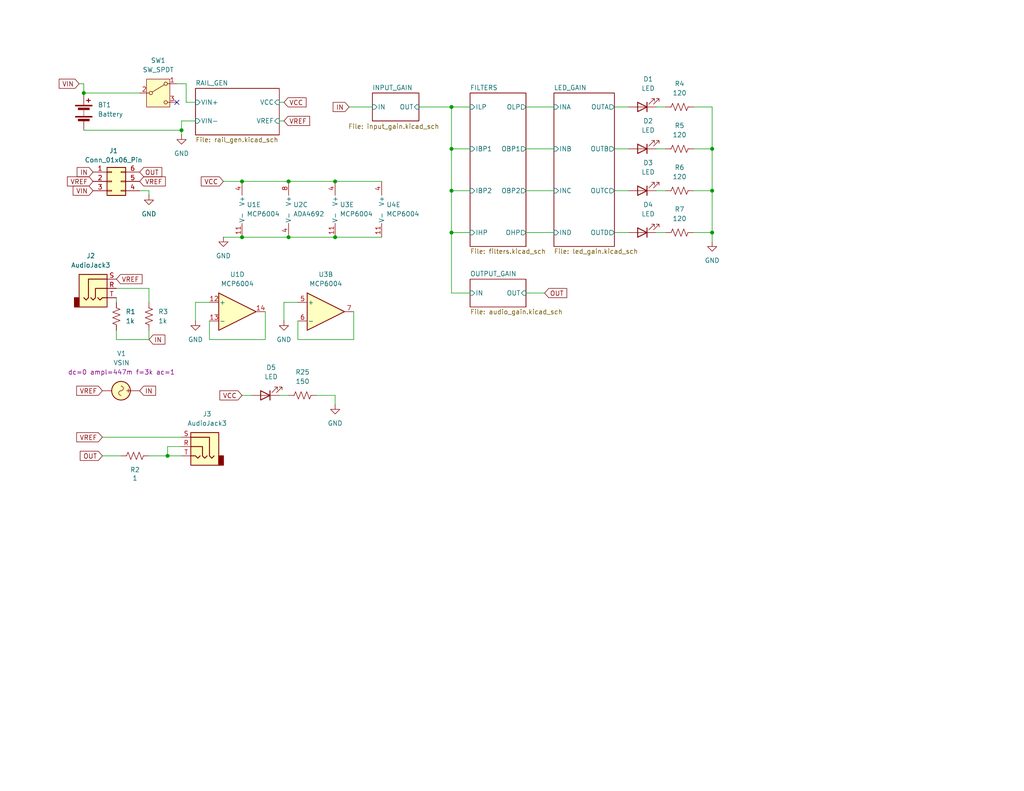
<source format=kicad_sch>
(kicad_sch (version 20250114) (generator "eeschema") (generator_version "9.0")
  (paper "USLetter")
  (title_block (title "EL223FP4L1") (date "2025-05-08") (rev "1") (company "Boles & Walker") (comment 1 "Board Overview"))
  (lib_symbols
    (symbol "Amplifier_Operational:MCP6004" (pin_names (offset 0.127))
      (property "Reference" "U" (at 0 5.08 0))
      (property "Value" "MCP6004" (at 0 -5.08 0))
      (symbol "MCP6004_1_1"
        (polyline (pts (xy -5.08 5.08) (xy 5.08 0) (xy -5.08 -5.08) (xy -5.08 5.08)) (stroke (width 0.254)) (fill (type background)))
        (pin input line (at -7.62 2.54 0) (length 2.54) (name "+") (number "3"))
        (pin input line (at -7.62 -2.54 0) (length 2.54) (name "-") (number "2"))
        (pin output line (at 7.62 0 180) (length 2.54) (name "~") (number "1"))
      )
      (symbol "MCP6004_2_1"
        (polyline (pts (xy -5.08 5.08) (xy 5.08 0) (xy -5.08 -5.08) (xy -5.08 5.08)) (stroke (width 0.254)) (fill (type background)))
        (pin input line (at -7.62 2.54 0) (length 2.54) (name "+") (number "5"))
        (pin input line (at -7.62 -2.54 0) (length 2.54) (name "-") (number "6"))
        (pin output line (at 7.62 0 180) (length 2.54) (name "~") (number "7"))
      )
      (symbol "MCP6004_3_1"
        (polyline (pts (xy -5.08 5.08) (xy 5.08 0) (xy -5.08 -5.08) (xy -5.08 5.08)) (stroke (width 0.254)) (fill (type background)))
        (pin input line (at -7.62 2.54 0) (length 2.54) (name "+") (number "10"))
        (pin input line (at -7.62 -2.54 0) (length 2.54) (name "-") (number "9"))
        (pin output line (at 7.62 0 180) (length 2.54) (name "~") (number "8"))
      )
      (symbol "MCP6004_4_1"
        (polyline (pts (xy -5.08 5.08) (xy 5.08 0) (xy -5.08 -5.08) (xy -5.08 5.08)) (stroke (width 0.254)) (fill (type background)))
        (pin input line (at -7.62 2.54 0) (length 2.54) (name "+") (number "12"))
        (pin input line (at -7.62 -2.54 0) (length 2.54) (name "-") (number "13"))
        (pin output line (at 7.62 0 180) (length 2.54) (name "~") (number "14"))
      )
      (symbol "MCP6004_5_1"
        (pin power_in line (at -2.54 7.62 270) (length 3.81) (name "V+") (number "4"))
        (pin power_in line (at -2.54 -7.62 90) (length 3.81) (name "V-") (number "11"))
      )
    )
    (symbol "Connector_Audio:AudioJack3"
      (property "Reference" "J" (at 0 8.89 0))
      (property "Value" "AudioJack3" (at 0 6.35 0))
      (symbol "AudioJack3_0_1"
        (rectangle (start -5.08 -5.08) (end -6.35 -2.54) (stroke (width 0.254)) (fill (type outline)))
        (polyline (pts (xy -1.905 -2.54) (xy -1.27 -3.175) (xy -0.635 -2.54) (xy -0.635 0) (xy 2.54 0)) (stroke (width 0.254)))
        (polyline (pts (xy 0 -2.54) (xy 0.635 -3.175) (xy 1.27 -2.54) (xy 2.54 -2.54)) (stroke (width 0.254)))
        (rectangle (start 2.54 3.81) (end -5.08 -5.08) (stroke (width 0.254)) (fill (type background)))
        (polyline (pts (xy 2.54 2.54) (xy -2.54 2.54) (xy -2.54 -2.54) (xy -3.175 -3.175) (xy -3.81 -2.54)) (stroke (width 0.254)))
      )
      (symbol "AudioJack3_1_1"
        (pin passive line (at 5.08 2.54 180) (length 2.54) (name "~") (number "S"))
        (pin passive line (at 5.08 0 180) (length 2.54) (name "~") (number "R"))
        (pin passive line (at 5.08 -2.54 180) (length 2.54) (name "~") (number "T"))
      )
    )
    (symbol "Connector_Generic:Conn_02x03_Counter_Clockwise" (pin_names (offset 1.016) (hide yes))
      (property "Reference" "J" (at 1.27 5.08 0))
      (property "Value" "Conn_02x03_Counter_Clockwise" (at 1.27 -5.08 0))
      (symbol "Conn_02x03_Counter_Clockwise_1_1"
        (rectangle (start -1.27 3.81) (end 3.81 -3.81) (stroke (width 0.254)) (fill (type background)))
        (rectangle (start -1.27 2.667) (end 0 2.413) (stroke (width 0.1524)))
        (rectangle (start -1.27 0.127) (end 0 -0.127) (stroke (width 0.1524)))
        (rectangle (start -1.27 -2.413) (end 0 -2.667) (stroke (width 0.1524)))
        (rectangle (start 3.81 2.667) (end 2.54 2.413) (stroke (width 0.1524)))
        (rectangle (start 3.81 0.127) (end 2.54 -0.127) (stroke (width 0.1524)))
        (rectangle (start 3.81 -2.413) (end 2.54 -2.667) (stroke (width 0.1524)))
        (pin passive line (at -5.08 2.54 0) (length 3.81) (name "Pin_1") (number "1"))
        (pin passive line (at -5.08 0 0) (length 3.81) (name "Pin_2") (number "2"))
        (pin passive line (at -5.08 -2.54 0) (length 3.81) (name "Pin_3") (number "3"))
        (pin passive line (at 7.62 2.54 180) (length 3.81) (name "Pin_6") (number "6"))
        (pin passive line (at 7.62 0 180) (length 3.81) (name "Pin_5") (number "5"))
        (pin passive line (at 7.62 -2.54 180) (length 3.81) (name "Pin_4") (number "4"))
      )
    )
    (symbol "Custom:ADA4692-2" (pin_names (offset 0.127))
      (property "Reference" "U" (at 2.54 6.35 0))
      (property "Value" "ADA4692-2" (at 2.54 3.81 0))
      (symbol "ADA4692-2_1_1"
        (polyline (pts (xy 5.08 0) (xy -5.08 5.08) (xy -5.08 -5.08) (xy 5.08 0)) (stroke (width 0.254)) (fill (type background)))
        (pin input line (at -7.62 2.54 0) (length 2.54) (name "+") (number "3"))
        (pin input line (at -7.62 -2.54 0) (length 2.54) (name "-") (number "2"))
        (pin output line (at 7.62 0 180) (length 2.54) (name "~") (number "1"))
      )
      (symbol "ADA4692-2_2_1"
        (polyline (pts (xy 5.08 0) (xy -5.08 5.08) (xy -5.08 -5.08) (xy 5.08 0)) (stroke (width 0.254)) (fill (type background)))
        (pin input line (at -7.62 2.54 0) (length 2.54) (name "+") (number "5"))
        (pin input line (at -7.62 -2.54 0) (length 2.54) (name "-") (number "6"))
        (pin output line (at 7.62 0 180) (length 2.54) (name "~") (number "7"))
      )
      (symbol "ADA4692-2_3_1"
        (pin power_in line (at 0 7.62 270) (length 3.81) (name "V+") (number "8"))
        (pin power_in line (at 0 -7.62 90) (length 3.81) (name "V-") (number "4"))
      )
    )
    (symbol "Device:Battery" (pin_numbers (hide yes)) (pin_names (offset 0) (hide yes))
      (property "Reference" "BT" (at 2.54 2.54 0))
      (property "Value" "Battery" (at 2.54 0 0))
      (symbol "Battery_0_1"
        (rectangle (start -2.286 1.778) (end 2.286 1.524) (fill (type outline)))
        (rectangle (start -2.286 -1.27) (end 2.286 -1.524) (fill (type outline)))
        (rectangle (start -1.524 1.016) (end 1.524 0.508) (fill (type outline)))
        (rectangle (start -1.524 -2.032) (end 1.524 -2.54) (fill (type outline)))
        (polyline (pts (xy 0 1.778) (xy 0 2.54)))
        (polyline (pts (xy 0 0) (xy 0 0.254)))
        (polyline (pts (xy 0 -0.508) (xy 0 -0.254)))
        (polyline (pts (xy 0 -1.016) (xy 0 -0.762)))
        (polyline (pts (xy 0.762 3.048) (xy 1.778 3.048)) (stroke (width 0.254)))
        (polyline (pts (xy 1.27 3.556) (xy 1.27 2.54)) (stroke (width 0.254)))
      )
      (symbol "Battery_1_1"
        (pin passive line (at 0 5.08 270) (length 2.54) (name "+") (number "1"))
        (pin passive line (at 0 -5.08 90) (length 2.54) (name "-") (number "2"))
      )
    )
    (symbol "Device:LED" (pin_numbers (hide yes)) (pin_names (offset 1.016) (hide yes))
      (property "Reference" "D" (at 0 2.54 0))
      (property "Value" "LED" (at 0 -2.54 0))
      (symbol "LED_0_1"
        (polyline (pts (xy -3.048 -0.762) (xy -4.572 -2.286) (xy -3.81 -2.286) (xy -4.572 -2.286) (xy -4.572 -1.524)))
        (polyline (pts (xy -1.778 -0.762) (xy -3.302 -2.286) (xy -2.54 -2.286) (xy -3.302 -2.286) (xy -3.302 -1.524)))
        (polyline (pts (xy -1.27 0) (xy 1.27 0)))
        (polyline (pts (xy -1.27 -1.27) (xy -1.27 1.27)) (stroke (width 0.254)))
        (polyline (pts (xy 1.27 -1.27) (xy 1.27 1.27) (xy -1.27 0) (xy 1.27 -1.27)) (stroke (width 0.254)))
      )
      (symbol "LED_1_1"
        (pin passive line (at -3.81 0 0) (length 2.54) (name "K") (number "1"))
        (pin passive line (at 3.81 0 180) (length 2.54) (name "A") (number "2"))
      )
    )
    (symbol "Device:R_US" (pin_numbers (hide yes)) (pin_names (offset 0))
      (property "Reference" "R" (at 2.54 0 90))
      (property "Value" "R_US" (at -2.54 0 90))
      (symbol "R_US_0_1"
        (polyline (pts (xy 0 2.286) (xy 0 2.54)))
        (polyline (pts (xy 0 2.286) (xy 1.016 1.905) (xy 0 1.524) (xy -1.016 1.143) (xy 0 0.762)))
        (polyline (pts (xy 0 0.762) (xy 1.016 0.381) (xy 0 0) (xy -1.016 -0.381) (xy 0 -0.762)))
        (polyline (pts (xy 0 -0.762) (xy 1.016 -1.143) (xy 0 -1.524) (xy -1.016 -1.905) (xy 0 -2.286)))
        (polyline (pts (xy 0 -2.286) (xy 0 -2.54)))
      )
      (symbol "R_US_1_1"
        (pin passive line (at 0 3.81 270) (length 1.27) (name "~") (number "1"))
        (pin passive line (at 0 -3.81 90) (length 1.27) (name "~") (number "2"))
      )
    )
    (symbol "Simulation_SPICE:VSIN" (pin_numbers (hide yes)) (pin_names (offset 0.0254))
      (property "Reference" "V" (at 2.54 2.54 0))
      (property "Value" "VSIN" (at 2.54 0 0))
      (property "Sim.Params" "dc=0 ampl=1 f=1k ac=1" (at 2.54 -2.54 0))
      (symbol "VSIN_0_0"
        (arc (start -1.27 0) (mid -0.635 0.6323) (end 0 0))
        (arc (start 1.27 0) (mid 0.635 -0.6323) (end 0 0))
        (text "+" (at 0 1.905 0) (effects (font (size 1.27 1.27))))
      )
      (symbol "VSIN_0_1"
        (circle (center 0 0) (radius 2.54) (stroke (width 0.254)) (fill (type background)))
      )
      (symbol "VSIN_1_1"
        (pin passive line (at 0 5.08 270) (length 2.54) (name "~") (number "1"))
        (pin passive line (at 0 -5.08 90) (length 2.54) (name "~") (number "2"))
      )
    )
    (symbol "Switch:SW_SPDT" (pin_names (offset 0) (hide yes))
      (property "Reference" "SW" (at 0 5.08 0))
      (property "Value" "SW_SPDT" (at 0 -5.08 0))
      (symbol "SW_SPDT_0_1"
        (circle (center -2.032 0) (radius 0.4572))
        (polyline (pts (xy -1.651 0.254) (xy 1.651 2.286)))
        (circle (center 2.032 2.54) (radius 0.4572))
        (circle (center 2.032 -2.54) (radius 0.4572))
      )
      (symbol "SW_SPDT_1_1"
        (rectangle (start -3.175 3.81) (end 3.175 -3.81) (fill (type background)))
        (pin passive line (at -5.08 0 0) (length 2.54) (name "B") (number "2"))
        (pin passive line (at 5.08 2.54 180) (length 2.54) (name "A") (number "1"))
        (pin passive line (at 5.08 -2.54 180) (length 2.54) (name "C") (number "3"))
      )
    )
    (symbol "power:GND" (power) (pin_numbers (hide yes)) (pin_names (offset 0) (hide yes))
      (property "Value" "GND" (at 0 -3.81 0))
      (symbol "GND_0_1"
        (polyline (pts (xy 0 0) (xy 0 -1.27) (xy 1.27 -1.27) (xy 0 -2.54) (xy -1.27 -1.27) (xy 0 -1.27)))
      )
      (symbol "GND_1_1"
        (pin power_in line (at 0 0 270) (length 0) (name "~") (number "1"))
      )
    )
  )
  (junction (at 45.72 124.46))
  (junction (at 91.44 49.53))
  (junction (at 123.19 63.5))
  (junction (at 78.74 64.77))
  (junction (at 123.19 52.07))
  (junction (at 91.44 64.77))
  (junction (at 123.19 40.64))
  (junction (at 66.04 64.77))
  (junction (at 194.31 63.5))
  (junction (at 194.31 52.07))
  (junction (at 78.74 49.53))
  (junction (at 66.04 49.53))
  (junction (at 49.53 35.56))
  (junction (at 194.31 40.64))
  (junction (at 22.86 25.4))
  (junction (at 123.19 29.21))
  (no_connect (at 48.26 27.94))
  (wire (pts (xy 78.74 64.77) (xy 91.44 64.77)))
  (wire (pts (xy 123.19 52.07) (xy 123.19 63.5)))
  (wire (pts (xy 49.53 124.46) (xy 45.72 124.46)))
  (wire (pts (xy 194.31 29.21) (xy 194.31 40.64)))
  (wire (pts (xy 194.31 63.5) (xy 194.31 66.04)))
  (wire (pts (xy 179.07 29.21) (xy 181.61 29.21)))
  (wire (pts (xy 40.64 124.46) (xy 45.72 124.46)))
  (wire (pts (xy 40.64 90.17) (xy 40.64 92.71)))
  (wire (pts (xy 189.23 52.07) (xy 194.31 52.07)))
  (wire (pts (xy 22.86 22.86) (xy 22.86 25.4)))
  (wire (pts (xy 21.59 22.86) (xy 22.86 22.86)))
  (wire (pts (xy 114.3 29.21) (xy 123.19 29.21)))
  (wire (pts (xy 66.04 107.95) (xy 68.58 107.95)))
  (wire (pts (xy 76.2 33.02) (xy 77.47 33.02)))
  (wire (pts (xy 143.51 29.21) (xy 151.13 29.21)))
  (wire (pts (xy 194.31 52.07) (xy 194.31 63.5)))
  (wire (pts (xy 143.51 40.64) (xy 151.13 40.64)))
  (wire (pts (xy 189.23 40.64) (xy 194.31 40.64)))
  (wire (pts (xy 22.86 35.56) (xy 49.53 35.56)))
  (wire (pts (xy 38.1 52.07) (xy 40.64 52.07)))
  (wire (pts (xy 179.07 52.07) (xy 181.61 52.07)))
  (wire (pts (xy 40.64 52.07) (xy 40.64 53.34)))
  (wire (pts (xy 91.44 107.95) (xy 91.44 110.49)))
  (wire (pts (xy 91.44 64.77) (xy 104.14 64.77)))
  (wire (pts (xy 189.23 29.21) (xy 194.31 29.21)))
  (wire (pts (xy 167.64 29.21) (xy 171.45 29.21)))
  (wire (pts (xy 167.64 40.64) (xy 171.45 40.64)))
  (wire (pts (xy 78.74 49.53) (xy 91.44 49.53)))
  (wire (pts (xy 72.39 85.09) (xy 72.39 92.71)))
  (wire (pts (xy 91.44 49.53) (xy 104.14 49.53)))
  (wire (pts (xy 40.64 78.74) (xy 40.64 82.55)))
  (wire (pts (xy 66.04 64.77) (xy 78.74 64.77)))
  (wire (pts (xy 53.34 27.94) (xy 50.8 27.94)))
  (wire (pts (xy 77.47 82.55) (xy 77.47 87.63)))
  (wire (pts (xy 66.04 49.53) (xy 78.74 49.53)))
  (wire (pts (xy 57.15 92.71) (xy 57.15 87.63)))
  (wire (pts (xy 143.51 52.07) (xy 151.13 52.07)))
  (wire (pts (xy 143.51 63.5) (xy 151.13 63.5)))
  (wire (pts (xy 60.96 49.53) (xy 66.04 49.53)))
  (wire (pts (xy 40.64 92.71) (xy 31.75 92.71)))
  (wire (pts (xy 123.19 40.64) (xy 128.27 40.64)))
  (wire (pts (xy 194.31 40.64) (xy 194.31 52.07)))
  (wire (pts (xy 53.34 82.55) (xy 53.34 87.63)))
  (wire (pts (xy 72.39 92.71) (xy 57.15 92.71)))
  (wire (pts (xy 50.8 27.94) (xy 50.8 22.86)))
  (wire (pts (xy 60.96 64.77) (xy 66.04 64.77)))
  (wire (pts (xy 179.07 63.5) (xy 181.61 63.5)))
  (wire (pts (xy 49.53 36.83) (xy 49.53 35.56)))
  (wire (pts (xy 81.28 92.71) (xy 81.28 87.63)))
  (wire (pts (xy 81.28 82.55) (xy 77.47 82.55)))
  (wire (pts (xy 31.75 92.71) (xy 31.75 90.17)))
  (wire (pts (xy 123.19 63.5) (xy 128.27 63.5)))
  (wire (pts (xy 123.19 63.5) (xy 123.19 80.01)))
  (wire (pts (xy 31.75 78.74) (xy 40.64 78.74)))
  (wire (pts (xy 27.94 119.38) (xy 49.53 119.38)))
  (wire (pts (xy 143.51 80.01) (xy 148.59 80.01)))
  (wire (pts (xy 31.75 81.28) (xy 31.75 82.55)))
  (wire (pts (xy 50.8 22.86) (xy 48.26 22.86)))
  (wire (pts (xy 27.94 124.46) (xy 33.02 124.46)))
  (wire (pts (xy 123.19 80.01) (xy 128.27 80.01)))
  (wire (pts (xy 49.53 33.02) (xy 53.34 33.02)))
  (wire (pts (xy 57.15 82.55) (xy 53.34 82.55)))
  (wire (pts (xy 95.25 29.21) (xy 101.6 29.21)))
  (wire (pts (xy 179.07 40.64) (xy 181.61 40.64)))
  (wire (pts (xy 22.86 25.4) (xy 38.1 25.4)))
  (wire (pts (xy 189.23 63.5) (xy 194.31 63.5)))
  (wire (pts (xy 49.53 121.92) (xy 45.72 121.92)))
  (wire (pts (xy 167.64 63.5) (xy 171.45 63.5)))
  (wire (pts (xy 123.19 52.07) (xy 128.27 52.07)))
  (wire (pts (xy 49.53 35.56) (xy 49.53 33.02)))
  (wire (pts (xy 76.2 27.94) (xy 77.47 27.94)))
  (wire (pts (xy 45.72 121.92) (xy 45.72 124.46)))
  (wire (pts (xy 123.19 29.21) (xy 128.27 29.21)))
  (wire (pts (xy 76.2 107.95) (xy 78.74 107.95)))
  (wire (pts (xy 123.19 29.21) (xy 123.19 40.64)))
  (wire (pts (xy 167.64 52.07) (xy 171.45 52.07)))
  (wire (pts (xy 96.52 92.71) (xy 81.28 92.71)))
  (wire (pts (xy 123.19 40.64) (xy 123.19 52.07)))
  (wire (pts (xy 86.36 107.95) (xy 91.44 107.95)))
  (wire (pts (xy 96.52 85.09) (xy 96.52 92.71)))
  (global_label "VREF" (shape input) (at 27.94 106.68 180) (property "Intersheetrefs" "${INTERSHEET_REFS}" (effects (hide yes))))
  (global_label "VREF" (shape input) (at 38.1 49.53 0) (property "Intersheetrefs" "${INTERSHEET_REFS}" (effects (hide yes))))
  (global_label "VCC" (shape input) (at 60.96 49.53 180) (property "Intersheetrefs" "${INTERSHEET_REFS}" (effects (hide yes))))
  (global_label "VCC" (shape input) (at 77.47 27.94 0) (property "Intersheetrefs" "${INTERSHEET_REFS}" (effects (hide yes))))
  (global_label "OUT" (shape input) (at 27.94 124.46 180) (property "Intersheetrefs" "${INTERSHEET_REFS}" (effects (hide yes))))
  (global_label "OUT" (shape input) (at 38.1 46.99 0) (property "Intersheetrefs" "${INTERSHEET_REFS}" (effects (hide yes))))
  (global_label "VREF" (shape input) (at 77.47 33.02 0) (property "Intersheetrefs" "${INTERSHEET_REFS}" (effects (hide yes))))
  (global_label "VCC" (shape input) (at 66.04 107.95 180) (property "Intersheetrefs" "${INTERSHEET_REFS}" (effects (hide yes))))
  (global_label "VREF" (shape input) (at 27.94 119.38 180) (property "Intersheetrefs" "${INTERSHEET_REFS}" (effects (hide yes))))
  (global_label "IN" (shape input) (at 40.64 92.71 0) (property "Intersheetrefs" "${INTERSHEET_REFS}" (effects (hide yes))))
  (global_label "VREF" (shape input) (at 31.75 76.2 0) (property "Intersheetrefs" "${INTERSHEET_REFS}" (effects (hide yes))))
  (global_label "IN" (shape input) (at 95.25 29.21 180) (property "Intersheetrefs" "${INTERSHEET_REFS}" (effects (hide yes))))
  (global_label "VIN" (shape input) (at 25.4 52.07 180) (property "Intersheetrefs" "${INTERSHEET_REFS}" (effects (hide yes))))
  (global_label "OUT" (shape input) (at 148.59 80.01 0) (property "Intersheetrefs" "${INTERSHEET_REFS}" (effects (hide yes))))
  (global_label "VIN" (shape input) (at 21.59 22.86 180) (property "Intersheetrefs" "${INTERSHEET_REFS}" (effects (hide yes))))
  (global_label "IN" (shape input) (at 38.1 106.68 0) (property "Intersheetrefs" "${INTERSHEET_REFS}" (effects (hide yes))))
  (global_label "IN" (shape input) (at 25.4 46.99 180) (property "Intersheetrefs" "${INTERSHEET_REFS}" (effects (hide yes))))
  (global_label "VREF" (shape input) (at 25.4 49.53 180) (property "Intersheetrefs" "${INTERSHEET_REFS}" (effects (hide yes))))
  (symbol (lib_id "power:GND") (at 53.34 87.63 0) (unit 1)
    (property "Reference" "#PWR03" (effects (hide yes)))
    (property "Value" "GND" (at 53.34 92.71 0))
    (property "Description" "Power symbol creates a global label with name \"GND\" , ground" (effects (hide yes)))
  )
  (symbol (lib_id "power:GND") (at 40.64 53.34 0) (unit 1)
    (property "Reference" "#PWR01" (effects (hide yes)))
    (property "Value" "GND" (at 40.64 58.42 0))
    (property "Description" "Power symbol creates a global label with name \"GND\" , ground" (effects (hide yes)))
  )
  (symbol (lib_id "Device:R_US") (at 185.42 52.07 90) (unit 1)
    (property "Reference" "R6" (at 185.42 45.72 90))
    (property "Value" "120" (at 185.42 48.26 90))
    (property "Footprint" "Resistor_SMD:R_0805_2012Metric_Pad1.20x1.40mm_HandSolder" (effects (hide yes)))
    (property "Description" "Resistor, US symbol" (effects (hide yes)))
  )
  (symbol (lib_id "Device:LED") (at 175.26 29.21 180) (unit 1)
    (property "Reference" "D1" (at 176.8475 21.59 0))
    (property "Value" "LED" (at 176.8475 24.13 0))
    (property "Footprint" "LED_SMD:LED_0805_2012Metric_Pad1.15x1.40mm_HandSolder" (effects (hide yes)))
    (property "Description" "Light emitting diode" (effects (hide yes)))
    (property "Sim.Pins" "1=K 2=A" (effects (hide yes)))
    (property "Sim.Library" "led.lib" (effects (hide yes)))
    (property "Sim.Name" "LED_GENERAL" (effects (hide yes)))
    (property "Sim.Device" "D" (effects (hide yes)))
  )
  (symbol (lib_id "Device:LED") (at 175.26 63.5 180) (unit 1)
    (property "Reference" "D4" (at 176.8475 55.88 0))
    (property "Value" "LED" (at 176.8475 58.42 0))
    (property "Footprint" "LED_SMD:LED_0805_2012Metric_Pad1.15x1.40mm_HandSolder" (effects (hide yes)))
    (property "Description" "Light emitting diode" (effects (hide yes)))
    (property "Sim.Pins" "1=K 2=A" (effects (hide yes)))
    (property "Sim.Library" "led.lib" (effects (hide yes)))
    (property "Sim.Name" "LED_GENERAL" (effects (hide yes)))
    (property "Sim.Device" "D" (effects (hide yes)))
  )
  (symbol (lib_id "Custom:ADA4692-2") (at 78.74 57.15 0) (unit 3)
    (property "Reference" "U2" (at 80.01 55.8799 0) (effects (justify left)))
    (property "Value" "ADA4692" (at 80.01 58.4199 0) (effects (justify left)))
    (property "Footprint" "Package_SO:SOIC-8_3.9x4.9mm_P1.27mm" (effects (hide yes)))
    (property "Datasheet" "https://www.analog.com/media/en/technical-documentation/data-sheets/ADA4691-2_4691-4_4692-2_4692-4.pdf" (effects (hide yes)))
    (property "Description" "Dual Low Noise, Precision, Rail-to-Rail Output, JFET Op Amp, SOIC-8" (effects (hide yes)))
    (property "Sim.Library" "ada4692.sub" (effects (hide yes)))
    (property "Sim.Name" "ADA4692-2" (effects (hide yes)))
    (property "Sim.Device" "SUBCKT" (effects (hide yes)))
    (property "Sim.Pins" "1=AOUT 2=AIN- 3=AIN+ 4=V- 5=BIN+ 6=BIN- 7=BOUT 8=V+" (effects (hide yes)))
    (property "Part" "ADA4692-2ARZ" (effects (hide yes)))
  )
  (symbol (lib_id "Device:R_US") (at 185.42 63.5 90) (unit 1)
    (property "Reference" "R7" (at 185.42 57.15 90))
    (property "Value" "120" (at 185.42 59.69 90))
    (property "Footprint" "Resistor_SMD:R_0805_2012Metric_Pad1.20x1.40mm_HandSolder" (effects (hide yes)))
    (property "Description" "Resistor, US symbol" (effects (hide yes)))
  )
  (symbol (lib_id "Device:R_US") (at 185.42 29.21 90) (unit 1)
    (property "Reference" "R4" (at 185.42 22.86 90))
    (property "Value" "120" (at 185.42 25.4 90))
    (property "Footprint" "Resistor_SMD:R_0805_2012Metric_Pad1.20x1.40mm_HandSolder" (effects (hide yes)))
    (property "Description" "Resistor, US symbol" (effects (hide yes)))
  )
  (symbol (lib_id "Switch:SW_SPDT") (at 43.18 25.4 0) (unit 1)
    (property "Reference" "SW1" (at 43.18 16.51 0))
    (property "Value" "SW_SPDT" (at 43.18 19.05 0))
    (property "Footprint" "Custom:SW_SLW-121586-5A-D" (effects (hide yes)))
    (property "Datasheet" "https://static6.arrow.com/aropdfconversion/9ae6801e39b6de35ce0772aecfe75ec6b325529d/slw1215865ad.pdf" (effects (hide yes)))
    (property "Description" "Switch, single pole double throw" (effects (hide yes)))
    (property "Part" "SLW-121586-5A-D" (effects (hide yes)))
  )
  (symbol (lib_id "Connector_Audio:AudioJack3") (at 54.61 121.92 0) (mirror y) (unit 1) (exclude_from_sim yes)
    (property "Reference" "J3" (at 56.515 113.03 0))
    (property "Value" "AudioJack3" (at 56.515 115.57 0))
    (property "Footprint" "Custom:Jack_3.5mm_CUI_SJ1-3523N_Horizontal" (effects (hide yes)))
    (property "Datasheet" "https://www.sameskydevices.com/product/resource/sj1-352xn.pdf" (effects (hide yes)))
    (property "Description" "Audio Jack, 3 Poles (Stereo / TRS)" (effects (hide yes)))
    (property "Part" "SJ1-3523N" (effects (hide yes)))
  )
  (symbol (lib_id "power:GND") (at 60.96 64.77 0) (unit 1)
    (property "Reference" "#PWR04" (effects (hide yes)))
    (property "Value" "GND" (at 60.96 69.85 0))
    (property "Description" "Power symbol creates a global label with name \"GND\" , ground" (effects (hide yes)))
  )
  (symbol (lib_id "power:GND") (at 49.53 36.83 0) (unit 1)
    (property "Reference" "#PWR02" (effects (hide yes)))
    (property "Value" "GND" (at 49.53 41.91 0))
    (property "Description" "Power symbol creates a global label with name \"GND\" , ground" (effects (hide yes)))
  )
  (symbol (lib_id "Connector_Generic:Conn_02x03_Counter_Clockwise") (at 30.48 49.53 0) (unit 1)
    (property "Reference" "J1" (at 30.988 41.148 0))
    (property "Value" "Conn_01x06_Pin" (at 30.988 43.688 0))
    (property "Footprint" "Connector_PinHeader_2.54mm:PinHeader_2x03_P2.54mm_Vertical" (effects (hide yes)))
    (property "Datasheet" "https://static6.arrow.com/aropdfconversion/574d1ab07bdb35554fd3a21cfe85b0607ce140e2/51934899289880215193474261229970eng_ds_1307819_ampmodu_0911.pdf" (effects (hide yes)))
    (property "Description" "Generic connector, double row, 02x03, counter clockwise pin numbering scheme (similar to DIP package numbering), script generated (kicad-library-utils/schlib/autogen/connector/)" (effects (hide yes)))
    (property "Part" "5-146254-3 " (effects (hide yes)))
  )
  (symbol (lib_id "Amplifier_Operational:MCP6004") (at 93.98 57.15 0) (unit 5)
    (property "Reference" "U3" (at 92.71 55.8799 0) (effects (justify left)))
    (property "Value" "MCP6004" (at 92.71 58.4199 0) (effects (justify left)))
    (property "Footprint" "Package_SO:SOIC-14_3.9x8.7mm_P1.27mm" (effects (hide yes)))
    (property "Datasheet" "https://ww1.microchip.com/downloads/aemDocuments/documents/MSLD/ProductDocuments/DataSheets/MCP6001-1R-1U-2-4-1-MHz-Low-Power-Op-Amp-DS20001733L.pdf" (effects (hide yes)))
    (property "Description" "1MHz, Low-Power Op Amp, DIP-14/SOIC-14/TSSOP-14" (effects (hide yes)))
    (property "Sim.Library" "MCP6001.lib" (effects (hide yes)))
    (property "Sim.Name" "MCP6004" (effects (hide yes)))
    (property "Sim.Device" "SUBCKT" (effects (hide yes)))
    (property "Sim.Pins" "1=OUTA 2=A- 3=A+ 4=VDD 5=B+ 6=B- 7=OUTB 8=OUTC 9=C- 10=C+ 11=VSS 12=D+ 13=D- 14=OUTD" (effects (hide yes)))
    (property "Part" "MCP6004-I/SL" (effects (hide yes)))
  )
  (symbol (lib_id "Amplifier_Operational:MCP6004") (at 88.9 85.09 0) (unit 2)
    (property "Reference" "U3" (at 88.9 74.93 0))
    (property "Value" "MCP6004" (at 88.9 77.47 0))
    (property "Footprint" "Package_SO:SOIC-14_3.9x8.7mm_P1.27mm" (effects (hide yes)))
    (property "Datasheet" "https://ww1.microchip.com/downloads/aemDocuments/documents/MSLD/ProductDocuments/DataSheets/MCP6001-1R-1U-2-4-1-MHz-Low-Power-Op-Amp-DS20001733L.pdf" (effects (hide yes)))
    (property "Description" "1MHz, Low-Power Op Amp, DIP-14/SOIC-14/TSSOP-14" (effects (hide yes)))
    (property "Sim.Library" "MCP6001.lib" (effects (hide yes)))
    (property "Sim.Name" "MCP6004" (effects (hide yes)))
    (property "Sim.Device" "SUBCKT" (effects (hide yes)))
    (property "Sim.Pins" "1=OUTA 2=A- 3=A+ 4=VDD 5=B+ 6=B- 7=OUTB 8=OUTC 9=C- 10=C+ 11=VSS 12=D+ 13=D- 14=OUTD" (effects (hide yes)))
    (property "Part" "MCP6004-I/SL" (effects (hide yes)))
  )
  (symbol (lib_id "Device:R_US") (at 31.75 86.36 0) (unit 1)
    (property "Reference" "R1" (at 34.29 85.0899 0) (effects (justify left)))
    (property "Value" "1k" (at 34.29 87.6299 0) (effects (justify left)))
    (property "Footprint" "Resistor_SMD:R_0805_2012Metric_Pad1.20x1.40mm_HandSolder" (effects (hide yes)))
    (property "Description" "Resistor, US symbol" (effects (hide yes)))
  )
  (symbol (lib_id "Device:LED") (at 175.26 52.07 180) (unit 1)
    (property "Reference" "D3" (at 176.8475 44.45 0))
    (property "Value" "LED" (at 176.8475 46.99 0))
    (property "Footprint" "LED_SMD:LED_0805_2012Metric_Pad1.15x1.40mm_HandSolder" (effects (hide yes)))
    (property "Description" "Light emitting diode" (effects (hide yes)))
    (property "Sim.Pins" "1=K 2=A" (effects (hide yes)))
    (property "Sim.Library" "led.lib" (effects (hide yes)))
    (property "Sim.Name" "LED_GENERAL" (effects (hide yes)))
    (property "Sim.Device" "D" (effects (hide yes)))
  )
  (symbol (lib_id "Device:R_US") (at 185.42 40.64 90) (unit 1)
    (property "Reference" "R5" (at 185.42 34.29 90))
    (property "Value" "120" (at 185.42 36.83 90))
    (property "Footprint" "Resistor_SMD:R_0805_2012Metric_Pad1.20x1.40mm_HandSolder" (effects (hide yes)))
    (property "Description" "Resistor, US symbol" (effects (hide yes)))
  )
  (symbol (lib_id "Amplifier_Operational:MCP6004") (at 106.68 57.15 0) (unit 5)
    (property "Reference" "U4" (at 105.41 55.8799 0) (effects (justify left)))
    (property "Value" "MCP6004" (at 105.41 58.4199 0) (effects (justify left)))
    (property "Footprint" "Package_SO:SOIC-14_3.9x8.7mm_P1.27mm" (effects (hide yes)))
    (property "Datasheet" "https://ww1.microchip.com/downloads/aemDocuments/documents/MSLD/ProductDocuments/DataSheets/MCP6001-1R-1U-2-4-1-MHz-Low-Power-Op-Amp-DS20001733L.pdf" (effects (hide yes)))
    (property "Description" "1MHz, Low-Power Op Amp, DIP-14/SOIC-14/TSSOP-14" (effects (hide yes)))
    (property "Sim.Library" "MCP6001.lib" (effects (hide yes)))
    (property "Sim.Name" "MCP6004" (effects (hide yes)))
    (property "Sim.Device" "SUBCKT" (effects (hide yes)))
    (property "Sim.Pins" "1=OUTA 2=A- 3=A+ 4=VDD 5=B+ 6=B- 7=OUTB 8=OUTC 9=C- 10=C+ 11=VSS 12=D+ 13=D- 14=OUTD" (effects (hide yes)))
    (property "Part" "MCP6004-I/SL" (effects (hide yes)))
  )
  (symbol (lib_id "Device:LED") (at 72.39 107.95 180) (unit 1)
    (property "Reference" "D5" (at 73.9775 100.33 0))
    (property "Value" "LED" (at 73.9775 102.87 0))
    (property "Footprint" "LED_SMD:LED_0805_2012Metric_Pad1.15x1.40mm_HandSolder" (effects (hide yes)))
    (property "Description" "Light emitting diode" (effects (hide yes)))
    (property "Sim.Pins" "1=K 2=A" (effects (hide yes)))
    (property "Sim.Library" "led.lib" (effects (hide yes)))
    (property "Sim.Name" "LED_GENERAL" (effects (hide yes)))
    (property "Sim.Device" "D" (effects (hide yes)))
  )
  (symbol (lib_id "power:GND") (at 91.44 110.49 0) (unit 1)
    (property "Reference" "#PWR07" (effects (hide yes)))
    (property "Value" "GND" (at 91.44 115.57 0))
    (property "Description" "Power symbol creates a global label with name \"GND\" , ground" (effects (hide yes)))
  )
  (symbol (lib_id "Device:LED") (at 175.26 40.64 180) (unit 1)
    (property "Reference" "D2" (at 176.8475 33.02 0))
    (property "Value" "LED" (at 176.8475 35.56 0))
    (property "Footprint" "LED_SMD:LED_0805_2012Metric_Pad1.15x1.40mm_HandSolder" (effects (hide yes)))
    (property "Description" "Light emitting diode" (effects (hide yes)))
    (property "Sim.Pins" "1=K 2=A" (effects (hide yes)))
    (property "Sim.Library" "led.lib" (effects (hide yes)))
    (property "Sim.Name" "LED_GENERAL" (effects (hide yes)))
    (property "Sim.Device" "D" (effects (hide yes)))
  )
  (symbol (lib_id "Simulation_SPICE:VSIN") (at 33.02 106.68 270) (unit 1) (in_bom no) (on_board no)
    (property "Reference" "V1" (at 33.1498 96.52 90))
    (property "Value" "VSIN" (at 33.1498 99.06 90))
    (property "Datasheet" "https://ngspice.sourceforge.io/docs/ngspice-html-manual/manual.xhtml#sec_Independent_Sources_for" (effects (hide yes)))
    (property "Description" "Voltage source, sinusoidal" (effects (hide yes)))
    (property "Sim.Pins" "1=+ 2=-" (effects (hide yes)))
    (property "Sim.Params" "dc=0 ampl=447m f=3k ac=1" (at 33.1498 101.6 90))
    (property "Sim.Type" "SIN" (effects (hide yes)))
    (property "Sim.Device" "V" (effects (hide yes)))
  )
  (symbol (lib_id "Device:R_US") (at 82.55 107.95 90) (unit 1)
    (property "Reference" "R25" (at 82.55 101.6 90))
    (property "Value" "150" (at 82.55 104.14 90))
    (property "Footprint" "Resistor_SMD:R_0805_2012Metric_Pad1.20x1.40mm_HandSolder" (effects (hide yes)))
    (property "Description" "Resistor, US symbol" (effects (hide yes)))
  )
  (symbol (lib_id "Device:R_US") (at 40.64 86.36 0) (unit 1)
    (property "Reference" "R3" (at 43.18 85.0899 0) (effects (justify left)))
    (property "Value" "1k" (at 43.18 87.6299 0) (effects (justify left)))
    (property "Footprint" "Resistor_SMD:R_0805_2012Metric_Pad1.20x1.40mm_HandSolder" (effects (hide yes)))
    (property "Description" "Resistor, US symbol" (effects (hide yes)))
  )
  (symbol (lib_id "power:GND") (at 77.47 87.63 0) (unit 1)
    (property "Reference" "#PWR05" (effects (hide yes)))
    (property "Value" "GND" (at 77.47 92.71 0))
    (property "Description" "Power symbol creates a global label with name \"GND\" , ground" (effects (hide yes)))
  )
  (symbol (lib_id "Connector_Audio:AudioJack3") (at 26.67 78.74 0) (unit 1) (exclude_from_sim yes)
    (property "Reference" "J2" (at 24.765 69.85 0))
    (property "Value" "AudioJack3" (at 24.765 72.39 0))
    (property "Footprint" "Custom:Jack_3.5mm_CUI_SJ1-3523N_Horizontal" (effects (hide yes)))
    (property "Datasheet" "https://www.sameskydevices.com/product/resource/sj1-352xn.pdf" (effects (hide yes)))
    (property "Description" "Audio Jack, 3 Poles (Stereo / TRS)" (effects (hide yes)))
    (property "Part" "SJ1-3523N" (effects (hide yes)))
  )
  (symbol (lib_id "Device:R_US") (at 36.83 124.46 90) (unit 1)
    (property "Reference" "R2" (at 36.83 128.27 90))
    (property "Value" "1" (at 36.83 130.556 90))
    (property "Footprint" "Resistor_SMD:R_0805_2012Metric_Pad1.20x1.40mm_HandSolder" (effects (hide yes)))
    (property "Description" "Resistor, US symbol" (effects (hide yes)))
  )
  (symbol (lib_id "power:GND") (at 194.31 66.04 0) (unit 1)
    (property "Reference" "#PWR06" (effects (hide yes)))
    (property "Value" "GND" (at 194.31 71.12 0))
    (property "Description" "Power symbol creates a global label with name \"GND\" , ground" (effects (hide yes)))
  )
  (symbol (lib_id "Device:Battery") (at 22.86 30.48 0) (unit 1) (exclude_from_sim yes)
    (property "Reference" "BT1" (at 26.67 28.6384 0) (effects (justify left)))
    (property "Value" "Battery" (at 26.67 31.1784 0) (effects (justify left)))
    (property "Footprint" "Battery:BatteryHolder_Keystone_2468_2xAAA" (effects (hide yes)))
    (property "Datasheet" "https://www.mouser.com/datasheet/2/215/2468-741064.pdf" (effects (hide yes)))
    (property "Description" "Multiple-cell battery" (effects (hide yes)))
    (property "Sim.Device" "V" (effects (hide yes)))
    (property "Sim.Pins" "1=+ 2=-" (effects (hide yes)))
    (property "Sim.Type" "PWL" (effects (hide yes)))
    (property "Sim.Params" "pwl=\"0 0 10u 0 0.1m 3\"" (effects (hide yes)))
    (property "Part" "2468" (effects (hide yes)))
  )
  (symbol (lib_id "Amplifier_Operational:MCP6004") (at 64.77 85.09 0) (unit 4)
    (property "Reference" "U1" (at 64.77 74.93 0))
    (property "Value" "MCP6004" (at 64.77 77.47 0))
    (property "Footprint" "Package_SO:SOIC-14_3.9x8.7mm_P1.27mm" (effects (hide yes)))
    (property "Datasheet" "https://ww1.microchip.com/downloads/aemDocuments/documents/MSLD/ProductDocuments/DataSheets/MCP6001-1R-1U-2-4-1-MHz-Low-Power-Op-Amp-DS20001733L.pdf" (effects (hide yes)))
    (property "Description" "1MHz, Low-Power Op Amp, DIP-14/SOIC-14/TSSOP-14" (effects (hide yes)))
    (property "Sim.Library" "MCP6001.lib" (effects (hide yes)))
    (property "Sim.Name" "MCP6004" (effects (hide yes)))
    (property "Sim.Device" "SUBCKT" (effects (hide yes)))
    (property "Sim.Pins" "1=OUTA 2=A- 3=A+ 4=VDD 5=B+ 6=B- 7=OUTB 8=OUTC 9=C- 10=C+ 11=VSS 12=D+ 13=D- 14=OUTD" (effects (hide yes)))
    (property "Part" "MCP6004-I/SL" (effects (hide yes)))
  )
  (symbol (lib_id "Amplifier_Operational:MCP6004") (at 68.58 57.15 0) (unit 5)
    (property "Reference" "U1" (at 67.31 55.8799 0) (effects (justify left)))
    (property "Value" "MCP6004" (at 67.31 58.4199 0) (effects (justify left)))
    (property "Footprint" "Package_SO:SOIC-14_3.9x8.7mm_P1.27mm" (effects (hide yes)))
    (property "Datasheet" "https://ww1.microchip.com/downloads/aemDocuments/documents/MSLD/ProductDocuments/DataSheets/MCP6001-1R-1U-2-4-1-MHz-Low-Power-Op-Amp-DS20001733L.pdf" (effects (hide yes)))
    (property "Description" "1MHz, Low-Power Op Amp, DIP-14/SOIC-14/TSSOP-14" (effects (hide yes)))
    (property "Sim.Library" "MCP6001.lib" (effects (hide yes)))
    (property "Sim.Name" "MCP6004" (effects (hide yes)))
    (property "Sim.Device" "SUBCKT" (effects (hide yes)))
    (property "Sim.Pins" "1=OUTA 2=A- 3=A+ 4=VDD 5=B+ 6=B- 7=OUTB 8=OUTC 9=C- 10=C+ 11=VSS 12=D+ 13=D- 14=OUTD" (effects (hide yes)))
    (property "Part" "MCP6004-I/SL" (effects (hide yes)))
  )
  (sheet (at 128.27 76.2) (size 15.24 7.62) (stroke (width 0.1524))
    (property "Sheetname" "OUTPUT_GAIN" (at 128.27 75.4884 0) (effects (justify left bottom)))
    (property "Sheetfile" "audio_gain.kicad_sch" (at 128.27 84.4046 0) (effects (justify left top)))
    (pin "IN" input (at 128.27 80.01 180))
    (pin "OUT" input (at 143.51 80.01 0))
  )
  (sheet (at 128.27 25.4) (size 15.24 41.91) (stroke (width 0.1524))
    (property "Sheetname" "FILTERS" (at 128.27 24.6884 0) (effects (justify left bottom)))
    (property "Sheetfile" "filters.kicad_sch" (at 128.27 67.8946 0) (effects (justify left top)))
    (pin "IBP1" input (at 128.27 40.64 180))
    (pin "IBP2" input (at 128.27 52.07 180))
    (pin "ILP" input (at 128.27 29.21 180))
    (pin "OBP1" output (at 143.51 40.64 0))
    (pin "OBP2" output (at 143.51 52.07 0))
    (pin "OLP" output (at 143.51 29.21 0))
    (pin "IHP" input (at 128.27 63.5 180))
    (pin "OHP" output (at 143.51 63.5 0))
  )
  (sheet (at 53.34 24.13) (size 22.86 12.7) (stroke (width 0.1524))
    (property "Sheetname" "RAIL_GEN" (at 53.34 23.4184 0) (effects (justify left bottom)))
    (property "Sheetfile" "rail_gen.kicad_sch" (at 53.34 37.4146 0) (effects (justify left top)))
    (pin "VREF" input (at 76.2 33.02 0))
    (pin "VCC" input (at 76.2 27.94 0))
    (pin "VIN+" input (at 53.34 27.94 180))
    (pin "VIN-" input (at 53.34 33.02 180))
  )
  (sheet (at 101.6 25.4) (size 12.7 7.62) (stroke (width 0.1524))
    (property "Sheetname" "INPUT_GAIN" (at 101.6 24.6884 0) (effects (justify left bottom)))
    (property "Sheetfile" "input_gain.kicad_sch" (at 94.996 33.782 0) (effects (justify left top)))
    (pin "IN" input (at 101.6 29.21 180))
    (pin "OUT" input (at 114.3 29.21 0))
  )
  (sheet (at 151.13 25.4) (size 16.51 41.91) (stroke (width 0.1524))
    (property "Sheetname" "LED_GAIN" (at 151.13 24.6884 0) (effects (justify left bottom)))
    (property "Sheetfile" "led_gain.kicad_sch" (at 151.13 67.8946 0) (effects (justify left top)))
    (pin "INA" input (at 151.13 29.21 180))
    (pin "INB" input (at 151.13 40.64 180))
    (pin "INC" input (at 151.13 52.07 180))
    (pin "IND" input (at 151.13 63.5 180))
    (pin "OUTA" output (at 167.64 29.21 0))
    (pin "OUTB" output (at 167.64 40.64 0))
    (pin "OUTC" output (at 167.64 52.07 0))
    (pin "OUTD" output (at 167.64 63.5 0))
  )
)
</source>
